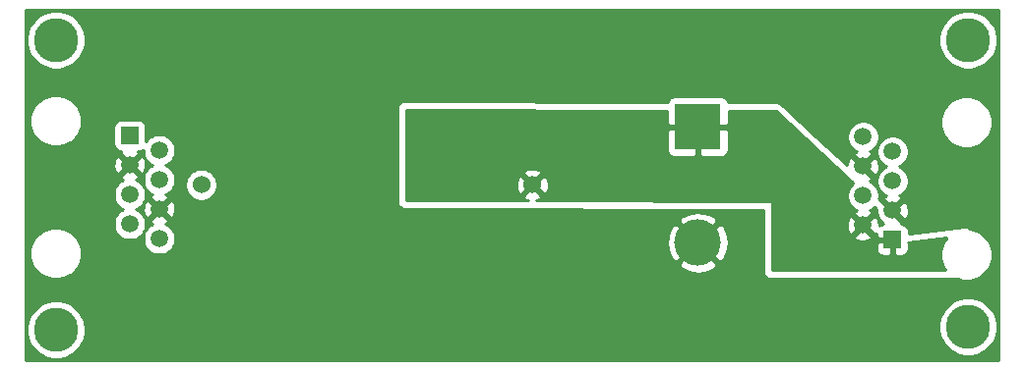
<source format=gbr>
G04 #@! TF.GenerationSoftware,KiCad,Pcbnew,(5.1.4)-1*
G04 #@! TF.CreationDate,2020-02-13T15:41:24-05:00*
G04 #@! TF.ProjectId,PowerFilter,506f7765-7246-4696-9c74-65722e6b6963,rev?*
G04 #@! TF.SameCoordinates,Original*
G04 #@! TF.FileFunction,Copper,L2,Bot*
G04 #@! TF.FilePolarity,Positive*
%FSLAX46Y46*%
G04 Gerber Fmt 4.6, Leading zero omitted, Abs format (unit mm)*
G04 Created by KiCad (PCBNEW (5.1.4)-1) date 2020-02-13 15:41:24*
%MOMM*%
%LPD*%
G04 APERTURE LIST*
%ADD10C,3.800000*%
%ADD11C,1.524000*%
%ADD12C,1.500000*%
%ADD13R,1.500000X1.500000*%
%ADD14C,4.000000*%
%ADD15R,4.000000X4.000000*%
%ADD16C,0.254000*%
G04 APERTURE END LIST*
D10*
X139750000Y-57750000D03*
X139750000Y-82500000D03*
X61250000Y-82750000D03*
X61250000Y-57750000D03*
D11*
X102250000Y-70250000D03*
X73750006Y-70250000D03*
D12*
X130710000Y-66110000D03*
X133250000Y-67380000D03*
X130710000Y-68650000D03*
X133250000Y-69920000D03*
X130710000Y-71190000D03*
X133250000Y-72460000D03*
X130710000Y-73730000D03*
D13*
X133250000Y-75000000D03*
D12*
X70140000Y-74890000D03*
X67600000Y-73620000D03*
X70140000Y-72350000D03*
X67600000Y-71080000D03*
X70140000Y-69810000D03*
X67600000Y-68540000D03*
X70140000Y-67270000D03*
D13*
X67600000Y-66000000D03*
D14*
X116500000Y-75250000D03*
D15*
X116500000Y-65250000D03*
D16*
G36*
X142340000Y-85340000D02*
G01*
X58660000Y-85340000D01*
X58660000Y-82500324D01*
X58715000Y-82500324D01*
X58715000Y-82999676D01*
X58812418Y-83489432D01*
X59003512Y-83950773D01*
X59280937Y-84365968D01*
X59634032Y-84719063D01*
X60049227Y-84996488D01*
X60510568Y-85187582D01*
X61000324Y-85285000D01*
X61499676Y-85285000D01*
X61989432Y-85187582D01*
X62450773Y-84996488D01*
X62865968Y-84719063D01*
X63219063Y-84365968D01*
X63496488Y-83950773D01*
X63687582Y-83489432D01*
X63785000Y-82999676D01*
X63785000Y-82500324D01*
X63735273Y-82250324D01*
X137215000Y-82250324D01*
X137215000Y-82749676D01*
X137312418Y-83239432D01*
X137503512Y-83700773D01*
X137780937Y-84115968D01*
X138134032Y-84469063D01*
X138549227Y-84746488D01*
X139010568Y-84937582D01*
X139500324Y-85035000D01*
X139999676Y-85035000D01*
X140489432Y-84937582D01*
X140950773Y-84746488D01*
X141365968Y-84469063D01*
X141719063Y-84115968D01*
X141996488Y-83700773D01*
X142187582Y-83239432D01*
X142285000Y-82749676D01*
X142285000Y-82250324D01*
X142187582Y-81760568D01*
X141996488Y-81299227D01*
X141719063Y-80884032D01*
X141365968Y-80530937D01*
X140950773Y-80253512D01*
X140489432Y-80062418D01*
X139999676Y-79965000D01*
X139500324Y-79965000D01*
X139010568Y-80062418D01*
X138549227Y-80253512D01*
X138134032Y-80530937D01*
X137780937Y-80884032D01*
X137503512Y-81299227D01*
X137312418Y-81760568D01*
X137215000Y-82250324D01*
X63735273Y-82250324D01*
X63687582Y-82010568D01*
X63496488Y-81549227D01*
X63219063Y-81134032D01*
X62865968Y-80780937D01*
X62450773Y-80503512D01*
X61989432Y-80312418D01*
X61499676Y-80215000D01*
X61000324Y-80215000D01*
X60510568Y-80312418D01*
X60049227Y-80503512D01*
X59634032Y-80780937D01*
X59280937Y-81134032D01*
X59003512Y-81549227D01*
X58812418Y-82010568D01*
X58715000Y-82500324D01*
X58660000Y-82500324D01*
X58660000Y-75939872D01*
X59015000Y-75939872D01*
X59015000Y-76380128D01*
X59100890Y-76811925D01*
X59269369Y-77218669D01*
X59513962Y-77584729D01*
X59825271Y-77896038D01*
X60191331Y-78140631D01*
X60598075Y-78309110D01*
X61029872Y-78395000D01*
X61470128Y-78395000D01*
X61901925Y-78309110D01*
X62308669Y-78140631D01*
X62674729Y-77896038D01*
X62986038Y-77584729D01*
X63230631Y-77218669D01*
X63280821Y-77097499D01*
X114832106Y-77097499D01*
X115048228Y-77464258D01*
X115508105Y-77704938D01*
X116006098Y-77851275D01*
X116523071Y-77897648D01*
X117039159Y-77842273D01*
X117534526Y-77687279D01*
X117951772Y-77464258D01*
X118167894Y-77097499D01*
X116500000Y-75429605D01*
X114832106Y-77097499D01*
X63280821Y-77097499D01*
X63399110Y-76811925D01*
X63485000Y-76380128D01*
X63485000Y-75939872D01*
X63399110Y-75508075D01*
X63230631Y-75101331D01*
X62986038Y-74735271D01*
X62674729Y-74423962D01*
X62308669Y-74179369D01*
X61901925Y-74010890D01*
X61470128Y-73925000D01*
X61029872Y-73925000D01*
X60598075Y-74010890D01*
X60191331Y-74179369D01*
X59825271Y-74423962D01*
X59513962Y-74735271D01*
X59269369Y-75101331D01*
X59100890Y-75508075D01*
X59015000Y-75939872D01*
X58660000Y-75939872D01*
X58660000Y-70943589D01*
X66215000Y-70943589D01*
X66215000Y-71216411D01*
X66268225Y-71483989D01*
X66372629Y-71736043D01*
X66524201Y-71962886D01*
X66717114Y-72155799D01*
X66943957Y-72307371D01*
X67046873Y-72350000D01*
X66943957Y-72392629D01*
X66717114Y-72544201D01*
X66524201Y-72737114D01*
X66372629Y-72963957D01*
X66268225Y-73216011D01*
X66215000Y-73483589D01*
X66215000Y-73756411D01*
X66268225Y-74023989D01*
X66372629Y-74276043D01*
X66524201Y-74502886D01*
X66717114Y-74695799D01*
X66943957Y-74847371D01*
X67196011Y-74951775D01*
X67463589Y-75005000D01*
X67736411Y-75005000D01*
X68003989Y-74951775D01*
X68256043Y-74847371D01*
X68396397Y-74753589D01*
X68755000Y-74753589D01*
X68755000Y-75026411D01*
X68808225Y-75293989D01*
X68912629Y-75546043D01*
X69064201Y-75772886D01*
X69257114Y-75965799D01*
X69483957Y-76117371D01*
X69736011Y-76221775D01*
X70003589Y-76275000D01*
X70276411Y-76275000D01*
X70543989Y-76221775D01*
X70796043Y-76117371D01*
X71022886Y-75965799D01*
X71215799Y-75772886D01*
X71367371Y-75546043D01*
X71471775Y-75293989D01*
X71475935Y-75273071D01*
X113852352Y-75273071D01*
X113907727Y-75789159D01*
X114062721Y-76284526D01*
X114285742Y-76701772D01*
X114652501Y-76917894D01*
X116320395Y-75250000D01*
X116679605Y-75250000D01*
X118347499Y-76917894D01*
X118714258Y-76701772D01*
X118954938Y-76241895D01*
X119101275Y-75743902D01*
X119147648Y-75226929D01*
X119092273Y-74710841D01*
X118937279Y-74215474D01*
X118714258Y-73798228D01*
X118347499Y-73582106D01*
X116679605Y-75250000D01*
X116320395Y-75250000D01*
X114652501Y-73582106D01*
X114285742Y-73798228D01*
X114045062Y-74258105D01*
X113898725Y-74756098D01*
X113852352Y-75273071D01*
X71475935Y-75273071D01*
X71525000Y-75026411D01*
X71525000Y-74753589D01*
X71471775Y-74486011D01*
X71367371Y-74233957D01*
X71215799Y-74007114D01*
X71022886Y-73814201D01*
X70796043Y-73662629D01*
X70696721Y-73621489D01*
X70738832Y-73606277D01*
X70851863Y-73545860D01*
X70891188Y-73402501D01*
X114832106Y-73402501D01*
X116500000Y-75070395D01*
X118167894Y-73402501D01*
X117951772Y-73035742D01*
X117491895Y-72795062D01*
X116993902Y-72648725D01*
X116476929Y-72602352D01*
X115960841Y-72657727D01*
X115465474Y-72812721D01*
X115048228Y-73035742D01*
X114832106Y-73402501D01*
X70891188Y-73402501D01*
X70917388Y-73306993D01*
X70140000Y-72529605D01*
X69362612Y-73306993D01*
X69428137Y-73545860D01*
X69586477Y-73620164D01*
X69483957Y-73662629D01*
X69257114Y-73814201D01*
X69064201Y-74007114D01*
X68912629Y-74233957D01*
X68808225Y-74486011D01*
X68755000Y-74753589D01*
X68396397Y-74753589D01*
X68482886Y-74695799D01*
X68675799Y-74502886D01*
X68827371Y-74276043D01*
X68931775Y-74023989D01*
X68985000Y-73756411D01*
X68985000Y-73483589D01*
X68931775Y-73216011D01*
X68827371Y-72963957D01*
X68675799Y-72737114D01*
X68482886Y-72544201D01*
X68300737Y-72422492D01*
X68750188Y-72422492D01*
X68791035Y-72692238D01*
X68883723Y-72948832D01*
X68944140Y-73061863D01*
X69183007Y-73127388D01*
X69960395Y-72350000D01*
X70319605Y-72350000D01*
X71096993Y-73127388D01*
X71335860Y-73061863D01*
X71451760Y-72814884D01*
X71517250Y-72550040D01*
X71529812Y-72277508D01*
X71488965Y-72007762D01*
X71396277Y-71751168D01*
X71335860Y-71638137D01*
X71096993Y-71572612D01*
X70319605Y-72350000D01*
X69960395Y-72350000D01*
X69183007Y-71572612D01*
X68944140Y-71638137D01*
X68828240Y-71885116D01*
X68762750Y-72149960D01*
X68750188Y-72422492D01*
X68300737Y-72422492D01*
X68256043Y-72392629D01*
X68153127Y-72350000D01*
X68256043Y-72307371D01*
X68482886Y-72155799D01*
X68675799Y-71962886D01*
X68827371Y-71736043D01*
X68931775Y-71483989D01*
X68985000Y-71216411D01*
X68985000Y-70943589D01*
X68931775Y-70676011D01*
X68827371Y-70423957D01*
X68675799Y-70197114D01*
X68482886Y-70004201D01*
X68256043Y-69852629D01*
X68156721Y-69811489D01*
X68198832Y-69796277D01*
X68311863Y-69735860D01*
X68377388Y-69496993D01*
X67600000Y-68719605D01*
X66822612Y-69496993D01*
X66888137Y-69735860D01*
X67046477Y-69810164D01*
X66943957Y-69852629D01*
X66717114Y-70004201D01*
X66524201Y-70197114D01*
X66372629Y-70423957D01*
X66268225Y-70676011D01*
X66215000Y-70943589D01*
X58660000Y-70943589D01*
X58660000Y-68612492D01*
X66210188Y-68612492D01*
X66251035Y-68882238D01*
X66343723Y-69138832D01*
X66404140Y-69251863D01*
X66643007Y-69317388D01*
X67420395Y-68540000D01*
X67779605Y-68540000D01*
X68556993Y-69317388D01*
X68795860Y-69251863D01*
X68911760Y-69004884D01*
X68977250Y-68740040D01*
X68989812Y-68467508D01*
X68948965Y-68197762D01*
X68856277Y-67941168D01*
X68795860Y-67828137D01*
X68556993Y-67762612D01*
X67779605Y-68540000D01*
X67420395Y-68540000D01*
X66643007Y-67762612D01*
X66404140Y-67828137D01*
X66288240Y-68075116D01*
X66222750Y-68339960D01*
X66210188Y-68612492D01*
X58660000Y-68612492D01*
X58660000Y-64509872D01*
X59015000Y-64509872D01*
X59015000Y-64950128D01*
X59100890Y-65381925D01*
X59269369Y-65788669D01*
X59513962Y-66154729D01*
X59825271Y-66466038D01*
X60191331Y-66710631D01*
X60598075Y-66879110D01*
X61029872Y-66965000D01*
X61470128Y-66965000D01*
X61901925Y-66879110D01*
X62308669Y-66710631D01*
X62674729Y-66466038D01*
X62986038Y-66154729D01*
X63230631Y-65788669D01*
X63399110Y-65381925D01*
X63425351Y-65250000D01*
X66211928Y-65250000D01*
X66211928Y-66750000D01*
X66224188Y-66874482D01*
X66260498Y-66994180D01*
X66319463Y-67104494D01*
X66398815Y-67201185D01*
X66495506Y-67280537D01*
X66605820Y-67339502D01*
X66725518Y-67375812D01*
X66850000Y-67388072D01*
X66876086Y-67388072D01*
X66822612Y-67583007D01*
X67600000Y-68360395D01*
X68377388Y-67583007D01*
X68323914Y-67388072D01*
X68350000Y-67388072D01*
X68474482Y-67375812D01*
X68594180Y-67339502D01*
X68704494Y-67280537D01*
X68755000Y-67239088D01*
X68755000Y-67406411D01*
X68808225Y-67673989D01*
X68912629Y-67926043D01*
X69064201Y-68152886D01*
X69257114Y-68345799D01*
X69483957Y-68497371D01*
X69586873Y-68540000D01*
X69483957Y-68582629D01*
X69257114Y-68734201D01*
X69064201Y-68927114D01*
X68912629Y-69153957D01*
X68808225Y-69406011D01*
X68755000Y-69673589D01*
X68755000Y-69946411D01*
X68808225Y-70213989D01*
X68912629Y-70466043D01*
X69064201Y-70692886D01*
X69257114Y-70885799D01*
X69483957Y-71037371D01*
X69583279Y-71078511D01*
X69541168Y-71093723D01*
X69428137Y-71154140D01*
X69362612Y-71393007D01*
X70140000Y-72170395D01*
X70917388Y-71393007D01*
X70851863Y-71154140D01*
X70693523Y-71079836D01*
X70796043Y-71037371D01*
X71022886Y-70885799D01*
X71215799Y-70692886D01*
X71367371Y-70466043D01*
X71471775Y-70213989D01*
X71491980Y-70112408D01*
X72353006Y-70112408D01*
X72353006Y-70387592D01*
X72406692Y-70657490D01*
X72512001Y-70911727D01*
X72664886Y-71140535D01*
X72859471Y-71335120D01*
X73088279Y-71488005D01*
X73342516Y-71593314D01*
X73612414Y-71647000D01*
X73887598Y-71647000D01*
X74157496Y-71593314D01*
X74411733Y-71488005D01*
X74640541Y-71335120D01*
X74835126Y-71140535D01*
X74988011Y-70911727D01*
X75093320Y-70657490D01*
X75147006Y-70387592D01*
X75147006Y-70112408D01*
X75093320Y-69842510D01*
X74988011Y-69588273D01*
X74835126Y-69359465D01*
X74640541Y-69164880D01*
X74411733Y-69011995D01*
X74157496Y-68906686D01*
X73887598Y-68853000D01*
X73612414Y-68853000D01*
X73342516Y-68906686D01*
X73088279Y-69011995D01*
X72859471Y-69164880D01*
X72664886Y-69359465D01*
X72512001Y-69588273D01*
X72406692Y-69842510D01*
X72353006Y-70112408D01*
X71491980Y-70112408D01*
X71525000Y-69946411D01*
X71525000Y-69673589D01*
X71471775Y-69406011D01*
X71367371Y-69153957D01*
X71215799Y-68927114D01*
X71022886Y-68734201D01*
X70796043Y-68582629D01*
X70693127Y-68540000D01*
X70796043Y-68497371D01*
X71022886Y-68345799D01*
X71215799Y-68152886D01*
X71367371Y-67926043D01*
X71471775Y-67673989D01*
X71525000Y-67406411D01*
X71525000Y-67133589D01*
X71471775Y-66866011D01*
X71367371Y-66613957D01*
X71215799Y-66387114D01*
X71022886Y-66194201D01*
X70796043Y-66042629D01*
X70543989Y-65938225D01*
X70276411Y-65885000D01*
X70003589Y-65885000D01*
X69736011Y-65938225D01*
X69483957Y-66042629D01*
X69257114Y-66194201D01*
X69064201Y-66387114D01*
X68988072Y-66501049D01*
X68988072Y-65250000D01*
X68975812Y-65125518D01*
X68939502Y-65005820D01*
X68880537Y-64895506D01*
X68801185Y-64798815D01*
X68704494Y-64719463D01*
X68594180Y-64660498D01*
X68474482Y-64624188D01*
X68350000Y-64611928D01*
X66850000Y-64611928D01*
X66725518Y-64624188D01*
X66605820Y-64660498D01*
X66495506Y-64719463D01*
X66398815Y-64798815D01*
X66319463Y-64895506D01*
X66260498Y-65005820D01*
X66224188Y-65125518D01*
X66211928Y-65250000D01*
X63425351Y-65250000D01*
X63485000Y-64950128D01*
X63485000Y-64509872D01*
X63399110Y-64078075D01*
X63230631Y-63671331D01*
X63199674Y-63625000D01*
X90615000Y-63625000D01*
X90615000Y-71687500D01*
X90626715Y-71808910D01*
X90662377Y-71928174D01*
X90720621Y-72038189D01*
X90799209Y-72134727D01*
X90895121Y-72214079D01*
X91004670Y-72273195D01*
X91123647Y-72309802D01*
X91247480Y-72322495D01*
X122115000Y-72444985D01*
X122115000Y-77750000D01*
X122127201Y-77873882D01*
X122163336Y-77993004D01*
X122222017Y-78102787D01*
X122300987Y-78199013D01*
X122397213Y-78277983D01*
X122506996Y-78336664D01*
X122626118Y-78372799D01*
X122750000Y-78385000D01*
X138865726Y-78385000D01*
X138948075Y-78419110D01*
X139379872Y-78505000D01*
X139820128Y-78505000D01*
X140251925Y-78419110D01*
X140658669Y-78250631D01*
X141024729Y-78006038D01*
X141336038Y-77694729D01*
X141580631Y-77328669D01*
X141749110Y-76921925D01*
X141835000Y-76490128D01*
X141835000Y-76049872D01*
X141749110Y-75618075D01*
X141580631Y-75211331D01*
X141336038Y-74845271D01*
X141024729Y-74533962D01*
X140658669Y-74289369D01*
X140251925Y-74120890D01*
X139956235Y-74062073D01*
X139894146Y-74002131D01*
X139789444Y-73934803D01*
X139673618Y-73889196D01*
X139551119Y-73867061D01*
X139426657Y-73869250D01*
X134638072Y-74426062D01*
X134638072Y-74250000D01*
X134625812Y-74125518D01*
X134589502Y-74005820D01*
X134530537Y-73895506D01*
X134451185Y-73798815D01*
X134354494Y-73719463D01*
X134244180Y-73660498D01*
X134124482Y-73624188D01*
X134000000Y-73611928D01*
X133973914Y-73611928D01*
X134027388Y-73416993D01*
X133250000Y-72639605D01*
X133235858Y-72653748D01*
X133056253Y-72474143D01*
X133070395Y-72460000D01*
X133429605Y-72460000D01*
X134206993Y-73237388D01*
X134445860Y-73171863D01*
X134561760Y-72924884D01*
X134627250Y-72660040D01*
X134639812Y-72387508D01*
X134598965Y-72117762D01*
X134506277Y-71861168D01*
X134445860Y-71748137D01*
X134206993Y-71682612D01*
X133429605Y-72460000D01*
X133070395Y-72460000D01*
X132293007Y-71682612D01*
X132292153Y-71682846D01*
X132079432Y-71404674D01*
X132095000Y-71326411D01*
X132095000Y-71053589D01*
X132041775Y-70786011D01*
X131937371Y-70533957D01*
X131785799Y-70307114D01*
X131592886Y-70114201D01*
X131366043Y-69962629D01*
X131266721Y-69921489D01*
X131308832Y-69906277D01*
X131421863Y-69845860D01*
X131487388Y-69606993D01*
X130710000Y-68829605D01*
X130695858Y-68843748D01*
X130516253Y-68664143D01*
X130530395Y-68650000D01*
X130889605Y-68650000D01*
X131666993Y-69427388D01*
X131905860Y-69361863D01*
X132021760Y-69114884D01*
X132087250Y-68850040D01*
X132099812Y-68577508D01*
X132058965Y-68307762D01*
X131966277Y-68051168D01*
X131905860Y-67938137D01*
X131666993Y-67872612D01*
X130889605Y-68650000D01*
X130530395Y-68650000D01*
X129753007Y-67872612D01*
X129514140Y-67938137D01*
X129398240Y-68185116D01*
X129332750Y-68449960D01*
X129327675Y-68560058D01*
X126559700Y-65973589D01*
X129325000Y-65973589D01*
X129325000Y-66246411D01*
X129378225Y-66513989D01*
X129482629Y-66766043D01*
X129634201Y-66992886D01*
X129827114Y-67185799D01*
X130053957Y-67337371D01*
X130153279Y-67378511D01*
X130111168Y-67393723D01*
X129998137Y-67454140D01*
X129932612Y-67693007D01*
X130710000Y-68470395D01*
X131487388Y-67693007D01*
X131421863Y-67454140D01*
X131263523Y-67379836D01*
X131366043Y-67337371D01*
X131506397Y-67243589D01*
X131865000Y-67243589D01*
X131865000Y-67516411D01*
X131918225Y-67783989D01*
X132022629Y-68036043D01*
X132174201Y-68262886D01*
X132367114Y-68455799D01*
X132593957Y-68607371D01*
X132696873Y-68650000D01*
X132593957Y-68692629D01*
X132367114Y-68844201D01*
X132174201Y-69037114D01*
X132022629Y-69263957D01*
X131918225Y-69516011D01*
X131865000Y-69783589D01*
X131865000Y-70056411D01*
X131918225Y-70323989D01*
X132022629Y-70576043D01*
X132174201Y-70802886D01*
X132367114Y-70995799D01*
X132593957Y-71147371D01*
X132693279Y-71188511D01*
X132651168Y-71203723D01*
X132538137Y-71264140D01*
X132472612Y-71503007D01*
X133250000Y-72280395D01*
X134027388Y-71503007D01*
X133961863Y-71264140D01*
X133803523Y-71189836D01*
X133906043Y-71147371D01*
X134132886Y-70995799D01*
X134325799Y-70802886D01*
X134477371Y-70576043D01*
X134581775Y-70323989D01*
X134635000Y-70056411D01*
X134635000Y-69783589D01*
X134581775Y-69516011D01*
X134477371Y-69263957D01*
X134325799Y-69037114D01*
X134132886Y-68844201D01*
X133906043Y-68692629D01*
X133803127Y-68650000D01*
X133906043Y-68607371D01*
X134132886Y-68455799D01*
X134325799Y-68262886D01*
X134477371Y-68036043D01*
X134581775Y-67783989D01*
X134635000Y-67516411D01*
X134635000Y-67243589D01*
X134581775Y-66976011D01*
X134477371Y-66723957D01*
X134325799Y-66497114D01*
X134132886Y-66304201D01*
X133906043Y-66152629D01*
X133653989Y-66048225D01*
X133386411Y-65995000D01*
X133113589Y-65995000D01*
X132846011Y-66048225D01*
X132593957Y-66152629D01*
X132367114Y-66304201D01*
X132174201Y-66497114D01*
X132022629Y-66723957D01*
X131918225Y-66976011D01*
X131865000Y-67243589D01*
X131506397Y-67243589D01*
X131592886Y-67185799D01*
X131785799Y-66992886D01*
X131937371Y-66766043D01*
X132041775Y-66513989D01*
X132095000Y-66246411D01*
X132095000Y-65973589D01*
X132041775Y-65706011D01*
X131937371Y-65453957D01*
X131785799Y-65227114D01*
X131592886Y-65034201D01*
X131366043Y-64882629D01*
X131113989Y-64778225D01*
X130846411Y-64725000D01*
X130573589Y-64725000D01*
X130306011Y-64778225D01*
X130053957Y-64882629D01*
X129827114Y-65034201D01*
X129634201Y-65227114D01*
X129482629Y-65453957D01*
X129378225Y-65706011D01*
X129325000Y-65973589D01*
X126559700Y-65973589D01*
X125110986Y-64619872D01*
X137365000Y-64619872D01*
X137365000Y-65060128D01*
X137450890Y-65491925D01*
X137619369Y-65898669D01*
X137863962Y-66264729D01*
X138175271Y-66576038D01*
X138541331Y-66820631D01*
X138948075Y-66989110D01*
X139379872Y-67075000D01*
X139820128Y-67075000D01*
X140251925Y-66989110D01*
X140658669Y-66820631D01*
X141024729Y-66576038D01*
X141336038Y-66264729D01*
X141580631Y-65898669D01*
X141749110Y-65491925D01*
X141835000Y-65060128D01*
X141835000Y-64619872D01*
X141749110Y-64188075D01*
X141580631Y-63781331D01*
X141336038Y-63415271D01*
X141024729Y-63103962D01*
X140658669Y-62859369D01*
X140251925Y-62690890D01*
X139820128Y-62605000D01*
X139379872Y-62605000D01*
X138948075Y-62690890D01*
X138541331Y-62859369D01*
X138175271Y-63103962D01*
X137863962Y-63415271D01*
X137619369Y-63781331D01*
X137450890Y-64188075D01*
X137365000Y-64619872D01*
X125110986Y-64619872D01*
X123683543Y-63286033D01*
X123604847Y-63223399D01*
X123495294Y-63164290D01*
X123376314Y-63127690D01*
X123252480Y-63115005D01*
X119117723Y-63098854D01*
X119089502Y-63005820D01*
X119030537Y-62895506D01*
X118951185Y-62798815D01*
X118854494Y-62719463D01*
X118744180Y-62660498D01*
X118624482Y-62624188D01*
X118500000Y-62611928D01*
X114500000Y-62611928D01*
X114375518Y-62624188D01*
X114255820Y-62660498D01*
X114145506Y-62719463D01*
X114048815Y-62798815D01*
X113969463Y-62895506D01*
X113910498Y-63005820D01*
X113888473Y-63078427D01*
X91252480Y-62990005D01*
X91126118Y-63002201D01*
X91006996Y-63038336D01*
X90897213Y-63097017D01*
X90800987Y-63175987D01*
X90722017Y-63272213D01*
X90663336Y-63381996D01*
X90627201Y-63501118D01*
X90615000Y-63625000D01*
X63199674Y-63625000D01*
X62986038Y-63305271D01*
X62674729Y-62993962D01*
X62308669Y-62749369D01*
X61901925Y-62580890D01*
X61470128Y-62495000D01*
X61029872Y-62495000D01*
X60598075Y-62580890D01*
X60191331Y-62749369D01*
X59825271Y-62993962D01*
X59513962Y-63305271D01*
X59269369Y-63671331D01*
X59100890Y-64078075D01*
X59015000Y-64509872D01*
X58660000Y-64509872D01*
X58660000Y-57500324D01*
X58715000Y-57500324D01*
X58715000Y-57999676D01*
X58812418Y-58489432D01*
X59003512Y-58950773D01*
X59280937Y-59365968D01*
X59634032Y-59719063D01*
X60049227Y-59996488D01*
X60510568Y-60187582D01*
X61000324Y-60285000D01*
X61499676Y-60285000D01*
X61989432Y-60187582D01*
X62450773Y-59996488D01*
X62865968Y-59719063D01*
X63219063Y-59365968D01*
X63496488Y-58950773D01*
X63687582Y-58489432D01*
X63785000Y-57999676D01*
X63785000Y-57500324D01*
X137215000Y-57500324D01*
X137215000Y-57999676D01*
X137312418Y-58489432D01*
X137503512Y-58950773D01*
X137780937Y-59365968D01*
X138134032Y-59719063D01*
X138549227Y-59996488D01*
X139010568Y-60187582D01*
X139500324Y-60285000D01*
X139999676Y-60285000D01*
X140489432Y-60187582D01*
X140950773Y-59996488D01*
X141365968Y-59719063D01*
X141719063Y-59365968D01*
X141996488Y-58950773D01*
X142187582Y-58489432D01*
X142285000Y-57999676D01*
X142285000Y-57500324D01*
X142187582Y-57010568D01*
X141996488Y-56549227D01*
X141719063Y-56134032D01*
X141365968Y-55780937D01*
X140950773Y-55503512D01*
X140489432Y-55312418D01*
X139999676Y-55215000D01*
X139500324Y-55215000D01*
X139010568Y-55312418D01*
X138549227Y-55503512D01*
X138134032Y-55780937D01*
X137780937Y-56134032D01*
X137503512Y-56549227D01*
X137312418Y-57010568D01*
X137215000Y-57500324D01*
X63785000Y-57500324D01*
X63687582Y-57010568D01*
X63496488Y-56549227D01*
X63219063Y-56134032D01*
X62865968Y-55780937D01*
X62450773Y-55503512D01*
X61989432Y-55312418D01*
X61499676Y-55215000D01*
X61000324Y-55215000D01*
X60510568Y-55312418D01*
X60049227Y-55503512D01*
X59634032Y-55780937D01*
X59280937Y-56134032D01*
X59003512Y-56549227D01*
X58812418Y-57010568D01*
X58715000Y-57500324D01*
X58660000Y-57500324D01*
X58660000Y-55160000D01*
X142340001Y-55160000D01*
X142340000Y-85340000D01*
X142340000Y-85340000D01*
G37*
X142340000Y-85340000D02*
X58660000Y-85340000D01*
X58660000Y-82500324D01*
X58715000Y-82500324D01*
X58715000Y-82999676D01*
X58812418Y-83489432D01*
X59003512Y-83950773D01*
X59280937Y-84365968D01*
X59634032Y-84719063D01*
X60049227Y-84996488D01*
X60510568Y-85187582D01*
X61000324Y-85285000D01*
X61499676Y-85285000D01*
X61989432Y-85187582D01*
X62450773Y-84996488D01*
X62865968Y-84719063D01*
X63219063Y-84365968D01*
X63496488Y-83950773D01*
X63687582Y-83489432D01*
X63785000Y-82999676D01*
X63785000Y-82500324D01*
X63735273Y-82250324D01*
X137215000Y-82250324D01*
X137215000Y-82749676D01*
X137312418Y-83239432D01*
X137503512Y-83700773D01*
X137780937Y-84115968D01*
X138134032Y-84469063D01*
X138549227Y-84746488D01*
X139010568Y-84937582D01*
X139500324Y-85035000D01*
X139999676Y-85035000D01*
X140489432Y-84937582D01*
X140950773Y-84746488D01*
X141365968Y-84469063D01*
X141719063Y-84115968D01*
X141996488Y-83700773D01*
X142187582Y-83239432D01*
X142285000Y-82749676D01*
X142285000Y-82250324D01*
X142187582Y-81760568D01*
X141996488Y-81299227D01*
X141719063Y-80884032D01*
X141365968Y-80530937D01*
X140950773Y-80253512D01*
X140489432Y-80062418D01*
X139999676Y-79965000D01*
X139500324Y-79965000D01*
X139010568Y-80062418D01*
X138549227Y-80253512D01*
X138134032Y-80530937D01*
X137780937Y-80884032D01*
X137503512Y-81299227D01*
X137312418Y-81760568D01*
X137215000Y-82250324D01*
X63735273Y-82250324D01*
X63687582Y-82010568D01*
X63496488Y-81549227D01*
X63219063Y-81134032D01*
X62865968Y-80780937D01*
X62450773Y-80503512D01*
X61989432Y-80312418D01*
X61499676Y-80215000D01*
X61000324Y-80215000D01*
X60510568Y-80312418D01*
X60049227Y-80503512D01*
X59634032Y-80780937D01*
X59280937Y-81134032D01*
X59003512Y-81549227D01*
X58812418Y-82010568D01*
X58715000Y-82500324D01*
X58660000Y-82500324D01*
X58660000Y-75939872D01*
X59015000Y-75939872D01*
X59015000Y-76380128D01*
X59100890Y-76811925D01*
X59269369Y-77218669D01*
X59513962Y-77584729D01*
X59825271Y-77896038D01*
X60191331Y-78140631D01*
X60598075Y-78309110D01*
X61029872Y-78395000D01*
X61470128Y-78395000D01*
X61901925Y-78309110D01*
X62308669Y-78140631D01*
X62674729Y-77896038D01*
X62986038Y-77584729D01*
X63230631Y-77218669D01*
X63280821Y-77097499D01*
X114832106Y-77097499D01*
X115048228Y-77464258D01*
X115508105Y-77704938D01*
X116006098Y-77851275D01*
X116523071Y-77897648D01*
X117039159Y-77842273D01*
X117534526Y-77687279D01*
X117951772Y-77464258D01*
X118167894Y-77097499D01*
X116500000Y-75429605D01*
X114832106Y-77097499D01*
X63280821Y-77097499D01*
X63399110Y-76811925D01*
X63485000Y-76380128D01*
X63485000Y-75939872D01*
X63399110Y-75508075D01*
X63230631Y-75101331D01*
X62986038Y-74735271D01*
X62674729Y-74423962D01*
X62308669Y-74179369D01*
X61901925Y-74010890D01*
X61470128Y-73925000D01*
X61029872Y-73925000D01*
X60598075Y-74010890D01*
X60191331Y-74179369D01*
X59825271Y-74423962D01*
X59513962Y-74735271D01*
X59269369Y-75101331D01*
X59100890Y-75508075D01*
X59015000Y-75939872D01*
X58660000Y-75939872D01*
X58660000Y-70943589D01*
X66215000Y-70943589D01*
X66215000Y-71216411D01*
X66268225Y-71483989D01*
X66372629Y-71736043D01*
X66524201Y-71962886D01*
X66717114Y-72155799D01*
X66943957Y-72307371D01*
X67046873Y-72350000D01*
X66943957Y-72392629D01*
X66717114Y-72544201D01*
X66524201Y-72737114D01*
X66372629Y-72963957D01*
X66268225Y-73216011D01*
X66215000Y-73483589D01*
X66215000Y-73756411D01*
X66268225Y-74023989D01*
X66372629Y-74276043D01*
X66524201Y-74502886D01*
X66717114Y-74695799D01*
X66943957Y-74847371D01*
X67196011Y-74951775D01*
X67463589Y-75005000D01*
X67736411Y-75005000D01*
X68003989Y-74951775D01*
X68256043Y-74847371D01*
X68396397Y-74753589D01*
X68755000Y-74753589D01*
X68755000Y-75026411D01*
X68808225Y-75293989D01*
X68912629Y-75546043D01*
X69064201Y-75772886D01*
X69257114Y-75965799D01*
X69483957Y-76117371D01*
X69736011Y-76221775D01*
X70003589Y-76275000D01*
X70276411Y-76275000D01*
X70543989Y-76221775D01*
X70796043Y-76117371D01*
X71022886Y-75965799D01*
X71215799Y-75772886D01*
X71367371Y-75546043D01*
X71471775Y-75293989D01*
X71475935Y-75273071D01*
X113852352Y-75273071D01*
X113907727Y-75789159D01*
X114062721Y-76284526D01*
X114285742Y-76701772D01*
X114652501Y-76917894D01*
X116320395Y-75250000D01*
X116679605Y-75250000D01*
X118347499Y-76917894D01*
X118714258Y-76701772D01*
X118954938Y-76241895D01*
X119101275Y-75743902D01*
X119147648Y-75226929D01*
X119092273Y-74710841D01*
X118937279Y-74215474D01*
X118714258Y-73798228D01*
X118347499Y-73582106D01*
X116679605Y-75250000D01*
X116320395Y-75250000D01*
X114652501Y-73582106D01*
X114285742Y-73798228D01*
X114045062Y-74258105D01*
X113898725Y-74756098D01*
X113852352Y-75273071D01*
X71475935Y-75273071D01*
X71525000Y-75026411D01*
X71525000Y-74753589D01*
X71471775Y-74486011D01*
X71367371Y-74233957D01*
X71215799Y-74007114D01*
X71022886Y-73814201D01*
X70796043Y-73662629D01*
X70696721Y-73621489D01*
X70738832Y-73606277D01*
X70851863Y-73545860D01*
X70891188Y-73402501D01*
X114832106Y-73402501D01*
X116500000Y-75070395D01*
X118167894Y-73402501D01*
X117951772Y-73035742D01*
X117491895Y-72795062D01*
X116993902Y-72648725D01*
X116476929Y-72602352D01*
X115960841Y-72657727D01*
X115465474Y-72812721D01*
X115048228Y-73035742D01*
X114832106Y-73402501D01*
X70891188Y-73402501D01*
X70917388Y-73306993D01*
X70140000Y-72529605D01*
X69362612Y-73306993D01*
X69428137Y-73545860D01*
X69586477Y-73620164D01*
X69483957Y-73662629D01*
X69257114Y-73814201D01*
X69064201Y-74007114D01*
X68912629Y-74233957D01*
X68808225Y-74486011D01*
X68755000Y-74753589D01*
X68396397Y-74753589D01*
X68482886Y-74695799D01*
X68675799Y-74502886D01*
X68827371Y-74276043D01*
X68931775Y-74023989D01*
X68985000Y-73756411D01*
X68985000Y-73483589D01*
X68931775Y-73216011D01*
X68827371Y-72963957D01*
X68675799Y-72737114D01*
X68482886Y-72544201D01*
X68300737Y-72422492D01*
X68750188Y-72422492D01*
X68791035Y-72692238D01*
X68883723Y-72948832D01*
X68944140Y-73061863D01*
X69183007Y-73127388D01*
X69960395Y-72350000D01*
X70319605Y-72350000D01*
X71096993Y-73127388D01*
X71335860Y-73061863D01*
X71451760Y-72814884D01*
X71517250Y-72550040D01*
X71529812Y-72277508D01*
X71488965Y-72007762D01*
X71396277Y-71751168D01*
X71335860Y-71638137D01*
X71096993Y-71572612D01*
X70319605Y-72350000D01*
X69960395Y-72350000D01*
X69183007Y-71572612D01*
X68944140Y-71638137D01*
X68828240Y-71885116D01*
X68762750Y-72149960D01*
X68750188Y-72422492D01*
X68300737Y-72422492D01*
X68256043Y-72392629D01*
X68153127Y-72350000D01*
X68256043Y-72307371D01*
X68482886Y-72155799D01*
X68675799Y-71962886D01*
X68827371Y-71736043D01*
X68931775Y-71483989D01*
X68985000Y-71216411D01*
X68985000Y-70943589D01*
X68931775Y-70676011D01*
X68827371Y-70423957D01*
X68675799Y-70197114D01*
X68482886Y-70004201D01*
X68256043Y-69852629D01*
X68156721Y-69811489D01*
X68198832Y-69796277D01*
X68311863Y-69735860D01*
X68377388Y-69496993D01*
X67600000Y-68719605D01*
X66822612Y-69496993D01*
X66888137Y-69735860D01*
X67046477Y-69810164D01*
X66943957Y-69852629D01*
X66717114Y-70004201D01*
X66524201Y-70197114D01*
X66372629Y-70423957D01*
X66268225Y-70676011D01*
X66215000Y-70943589D01*
X58660000Y-70943589D01*
X58660000Y-68612492D01*
X66210188Y-68612492D01*
X66251035Y-68882238D01*
X66343723Y-69138832D01*
X66404140Y-69251863D01*
X66643007Y-69317388D01*
X67420395Y-68540000D01*
X67779605Y-68540000D01*
X68556993Y-69317388D01*
X68795860Y-69251863D01*
X68911760Y-69004884D01*
X68977250Y-68740040D01*
X68989812Y-68467508D01*
X68948965Y-68197762D01*
X68856277Y-67941168D01*
X68795860Y-67828137D01*
X68556993Y-67762612D01*
X67779605Y-68540000D01*
X67420395Y-68540000D01*
X66643007Y-67762612D01*
X66404140Y-67828137D01*
X66288240Y-68075116D01*
X66222750Y-68339960D01*
X66210188Y-68612492D01*
X58660000Y-68612492D01*
X58660000Y-64509872D01*
X59015000Y-64509872D01*
X59015000Y-64950128D01*
X59100890Y-65381925D01*
X59269369Y-65788669D01*
X59513962Y-66154729D01*
X59825271Y-66466038D01*
X60191331Y-66710631D01*
X60598075Y-66879110D01*
X61029872Y-66965000D01*
X61470128Y-66965000D01*
X61901925Y-66879110D01*
X62308669Y-66710631D01*
X62674729Y-66466038D01*
X62986038Y-66154729D01*
X63230631Y-65788669D01*
X63399110Y-65381925D01*
X63425351Y-65250000D01*
X66211928Y-65250000D01*
X66211928Y-66750000D01*
X66224188Y-66874482D01*
X66260498Y-66994180D01*
X66319463Y-67104494D01*
X66398815Y-67201185D01*
X66495506Y-67280537D01*
X66605820Y-67339502D01*
X66725518Y-67375812D01*
X66850000Y-67388072D01*
X66876086Y-67388072D01*
X66822612Y-67583007D01*
X67600000Y-68360395D01*
X68377388Y-67583007D01*
X68323914Y-67388072D01*
X68350000Y-67388072D01*
X68474482Y-67375812D01*
X68594180Y-67339502D01*
X68704494Y-67280537D01*
X68755000Y-67239088D01*
X68755000Y-67406411D01*
X68808225Y-67673989D01*
X68912629Y-67926043D01*
X69064201Y-68152886D01*
X69257114Y-68345799D01*
X69483957Y-68497371D01*
X69586873Y-68540000D01*
X69483957Y-68582629D01*
X69257114Y-68734201D01*
X69064201Y-68927114D01*
X68912629Y-69153957D01*
X68808225Y-69406011D01*
X68755000Y-69673589D01*
X68755000Y-69946411D01*
X68808225Y-70213989D01*
X68912629Y-70466043D01*
X69064201Y-70692886D01*
X69257114Y-70885799D01*
X69483957Y-71037371D01*
X69583279Y-71078511D01*
X69541168Y-71093723D01*
X69428137Y-71154140D01*
X69362612Y-71393007D01*
X70140000Y-72170395D01*
X70917388Y-71393007D01*
X70851863Y-71154140D01*
X70693523Y-71079836D01*
X70796043Y-71037371D01*
X71022886Y-70885799D01*
X71215799Y-70692886D01*
X71367371Y-70466043D01*
X71471775Y-70213989D01*
X71491980Y-70112408D01*
X72353006Y-70112408D01*
X72353006Y-70387592D01*
X72406692Y-70657490D01*
X72512001Y-70911727D01*
X72664886Y-71140535D01*
X72859471Y-71335120D01*
X73088279Y-71488005D01*
X73342516Y-71593314D01*
X73612414Y-71647000D01*
X73887598Y-71647000D01*
X74157496Y-71593314D01*
X74411733Y-71488005D01*
X74640541Y-71335120D01*
X74835126Y-71140535D01*
X74988011Y-70911727D01*
X75093320Y-70657490D01*
X75147006Y-70387592D01*
X75147006Y-70112408D01*
X75093320Y-69842510D01*
X74988011Y-69588273D01*
X74835126Y-69359465D01*
X74640541Y-69164880D01*
X74411733Y-69011995D01*
X74157496Y-68906686D01*
X73887598Y-68853000D01*
X73612414Y-68853000D01*
X73342516Y-68906686D01*
X73088279Y-69011995D01*
X72859471Y-69164880D01*
X72664886Y-69359465D01*
X72512001Y-69588273D01*
X72406692Y-69842510D01*
X72353006Y-70112408D01*
X71491980Y-70112408D01*
X71525000Y-69946411D01*
X71525000Y-69673589D01*
X71471775Y-69406011D01*
X71367371Y-69153957D01*
X71215799Y-68927114D01*
X71022886Y-68734201D01*
X70796043Y-68582629D01*
X70693127Y-68540000D01*
X70796043Y-68497371D01*
X71022886Y-68345799D01*
X71215799Y-68152886D01*
X71367371Y-67926043D01*
X71471775Y-67673989D01*
X71525000Y-67406411D01*
X71525000Y-67133589D01*
X71471775Y-66866011D01*
X71367371Y-66613957D01*
X71215799Y-66387114D01*
X71022886Y-66194201D01*
X70796043Y-66042629D01*
X70543989Y-65938225D01*
X70276411Y-65885000D01*
X70003589Y-65885000D01*
X69736011Y-65938225D01*
X69483957Y-66042629D01*
X69257114Y-66194201D01*
X69064201Y-66387114D01*
X68988072Y-66501049D01*
X68988072Y-65250000D01*
X68975812Y-65125518D01*
X68939502Y-65005820D01*
X68880537Y-64895506D01*
X68801185Y-64798815D01*
X68704494Y-64719463D01*
X68594180Y-64660498D01*
X68474482Y-64624188D01*
X68350000Y-64611928D01*
X66850000Y-64611928D01*
X66725518Y-64624188D01*
X66605820Y-64660498D01*
X66495506Y-64719463D01*
X66398815Y-64798815D01*
X66319463Y-64895506D01*
X66260498Y-65005820D01*
X66224188Y-65125518D01*
X66211928Y-65250000D01*
X63425351Y-65250000D01*
X63485000Y-64950128D01*
X63485000Y-64509872D01*
X63399110Y-64078075D01*
X63230631Y-63671331D01*
X63199674Y-63625000D01*
X90615000Y-63625000D01*
X90615000Y-71687500D01*
X90626715Y-71808910D01*
X90662377Y-71928174D01*
X90720621Y-72038189D01*
X90799209Y-72134727D01*
X90895121Y-72214079D01*
X91004670Y-72273195D01*
X91123647Y-72309802D01*
X91247480Y-72322495D01*
X122115000Y-72444985D01*
X122115000Y-77750000D01*
X122127201Y-77873882D01*
X122163336Y-77993004D01*
X122222017Y-78102787D01*
X122300987Y-78199013D01*
X122397213Y-78277983D01*
X122506996Y-78336664D01*
X122626118Y-78372799D01*
X122750000Y-78385000D01*
X138865726Y-78385000D01*
X138948075Y-78419110D01*
X139379872Y-78505000D01*
X139820128Y-78505000D01*
X140251925Y-78419110D01*
X140658669Y-78250631D01*
X141024729Y-78006038D01*
X141336038Y-77694729D01*
X141580631Y-77328669D01*
X141749110Y-76921925D01*
X141835000Y-76490128D01*
X141835000Y-76049872D01*
X141749110Y-75618075D01*
X141580631Y-75211331D01*
X141336038Y-74845271D01*
X141024729Y-74533962D01*
X140658669Y-74289369D01*
X140251925Y-74120890D01*
X139956235Y-74062073D01*
X139894146Y-74002131D01*
X139789444Y-73934803D01*
X139673618Y-73889196D01*
X139551119Y-73867061D01*
X139426657Y-73869250D01*
X134638072Y-74426062D01*
X134638072Y-74250000D01*
X134625812Y-74125518D01*
X134589502Y-74005820D01*
X134530537Y-73895506D01*
X134451185Y-73798815D01*
X134354494Y-73719463D01*
X134244180Y-73660498D01*
X134124482Y-73624188D01*
X134000000Y-73611928D01*
X133973914Y-73611928D01*
X134027388Y-73416993D01*
X133250000Y-72639605D01*
X133235858Y-72653748D01*
X133056253Y-72474143D01*
X133070395Y-72460000D01*
X133429605Y-72460000D01*
X134206993Y-73237388D01*
X134445860Y-73171863D01*
X134561760Y-72924884D01*
X134627250Y-72660040D01*
X134639812Y-72387508D01*
X134598965Y-72117762D01*
X134506277Y-71861168D01*
X134445860Y-71748137D01*
X134206993Y-71682612D01*
X133429605Y-72460000D01*
X133070395Y-72460000D01*
X132293007Y-71682612D01*
X132292153Y-71682846D01*
X132079432Y-71404674D01*
X132095000Y-71326411D01*
X132095000Y-71053589D01*
X132041775Y-70786011D01*
X131937371Y-70533957D01*
X131785799Y-70307114D01*
X131592886Y-70114201D01*
X131366043Y-69962629D01*
X131266721Y-69921489D01*
X131308832Y-69906277D01*
X131421863Y-69845860D01*
X131487388Y-69606993D01*
X130710000Y-68829605D01*
X130695858Y-68843748D01*
X130516253Y-68664143D01*
X130530395Y-68650000D01*
X130889605Y-68650000D01*
X131666993Y-69427388D01*
X131905860Y-69361863D01*
X132021760Y-69114884D01*
X132087250Y-68850040D01*
X132099812Y-68577508D01*
X132058965Y-68307762D01*
X131966277Y-68051168D01*
X131905860Y-67938137D01*
X131666993Y-67872612D01*
X130889605Y-68650000D01*
X130530395Y-68650000D01*
X129753007Y-67872612D01*
X129514140Y-67938137D01*
X129398240Y-68185116D01*
X129332750Y-68449960D01*
X129327675Y-68560058D01*
X126559700Y-65973589D01*
X129325000Y-65973589D01*
X129325000Y-66246411D01*
X129378225Y-66513989D01*
X129482629Y-66766043D01*
X129634201Y-66992886D01*
X129827114Y-67185799D01*
X130053957Y-67337371D01*
X130153279Y-67378511D01*
X130111168Y-67393723D01*
X129998137Y-67454140D01*
X129932612Y-67693007D01*
X130710000Y-68470395D01*
X131487388Y-67693007D01*
X131421863Y-67454140D01*
X131263523Y-67379836D01*
X131366043Y-67337371D01*
X131506397Y-67243589D01*
X131865000Y-67243589D01*
X131865000Y-67516411D01*
X131918225Y-67783989D01*
X132022629Y-68036043D01*
X132174201Y-68262886D01*
X132367114Y-68455799D01*
X132593957Y-68607371D01*
X132696873Y-68650000D01*
X132593957Y-68692629D01*
X132367114Y-68844201D01*
X132174201Y-69037114D01*
X132022629Y-69263957D01*
X131918225Y-69516011D01*
X131865000Y-69783589D01*
X131865000Y-70056411D01*
X131918225Y-70323989D01*
X132022629Y-70576043D01*
X132174201Y-70802886D01*
X132367114Y-70995799D01*
X132593957Y-71147371D01*
X132693279Y-71188511D01*
X132651168Y-71203723D01*
X132538137Y-71264140D01*
X132472612Y-71503007D01*
X133250000Y-72280395D01*
X134027388Y-71503007D01*
X133961863Y-71264140D01*
X133803523Y-71189836D01*
X133906043Y-71147371D01*
X134132886Y-70995799D01*
X134325799Y-70802886D01*
X134477371Y-70576043D01*
X134581775Y-70323989D01*
X134635000Y-70056411D01*
X134635000Y-69783589D01*
X134581775Y-69516011D01*
X134477371Y-69263957D01*
X134325799Y-69037114D01*
X134132886Y-68844201D01*
X133906043Y-68692629D01*
X133803127Y-68650000D01*
X133906043Y-68607371D01*
X134132886Y-68455799D01*
X134325799Y-68262886D01*
X134477371Y-68036043D01*
X134581775Y-67783989D01*
X134635000Y-67516411D01*
X134635000Y-67243589D01*
X134581775Y-66976011D01*
X134477371Y-66723957D01*
X134325799Y-66497114D01*
X134132886Y-66304201D01*
X133906043Y-66152629D01*
X133653989Y-66048225D01*
X133386411Y-65995000D01*
X133113589Y-65995000D01*
X132846011Y-66048225D01*
X132593957Y-66152629D01*
X132367114Y-66304201D01*
X132174201Y-66497114D01*
X132022629Y-66723957D01*
X131918225Y-66976011D01*
X131865000Y-67243589D01*
X131506397Y-67243589D01*
X131592886Y-67185799D01*
X131785799Y-66992886D01*
X131937371Y-66766043D01*
X132041775Y-66513989D01*
X132095000Y-66246411D01*
X132095000Y-65973589D01*
X132041775Y-65706011D01*
X131937371Y-65453957D01*
X131785799Y-65227114D01*
X131592886Y-65034201D01*
X131366043Y-64882629D01*
X131113989Y-64778225D01*
X130846411Y-64725000D01*
X130573589Y-64725000D01*
X130306011Y-64778225D01*
X130053957Y-64882629D01*
X129827114Y-65034201D01*
X129634201Y-65227114D01*
X129482629Y-65453957D01*
X129378225Y-65706011D01*
X129325000Y-65973589D01*
X126559700Y-65973589D01*
X125110986Y-64619872D01*
X137365000Y-64619872D01*
X137365000Y-65060128D01*
X137450890Y-65491925D01*
X137619369Y-65898669D01*
X137863962Y-66264729D01*
X138175271Y-66576038D01*
X138541331Y-66820631D01*
X138948075Y-66989110D01*
X139379872Y-67075000D01*
X139820128Y-67075000D01*
X140251925Y-66989110D01*
X140658669Y-66820631D01*
X141024729Y-66576038D01*
X141336038Y-66264729D01*
X141580631Y-65898669D01*
X141749110Y-65491925D01*
X141835000Y-65060128D01*
X141835000Y-64619872D01*
X141749110Y-64188075D01*
X141580631Y-63781331D01*
X141336038Y-63415271D01*
X141024729Y-63103962D01*
X140658669Y-62859369D01*
X140251925Y-62690890D01*
X139820128Y-62605000D01*
X139379872Y-62605000D01*
X138948075Y-62690890D01*
X138541331Y-62859369D01*
X138175271Y-63103962D01*
X137863962Y-63415271D01*
X137619369Y-63781331D01*
X137450890Y-64188075D01*
X137365000Y-64619872D01*
X125110986Y-64619872D01*
X123683543Y-63286033D01*
X123604847Y-63223399D01*
X123495294Y-63164290D01*
X123376314Y-63127690D01*
X123252480Y-63115005D01*
X119117723Y-63098854D01*
X119089502Y-63005820D01*
X119030537Y-62895506D01*
X118951185Y-62798815D01*
X118854494Y-62719463D01*
X118744180Y-62660498D01*
X118624482Y-62624188D01*
X118500000Y-62611928D01*
X114500000Y-62611928D01*
X114375518Y-62624188D01*
X114255820Y-62660498D01*
X114145506Y-62719463D01*
X114048815Y-62798815D01*
X113969463Y-62895506D01*
X113910498Y-63005820D01*
X113888473Y-63078427D01*
X91252480Y-62990005D01*
X91126118Y-63002201D01*
X91006996Y-63038336D01*
X90897213Y-63097017D01*
X90800987Y-63175987D01*
X90722017Y-63272213D01*
X90663336Y-63381996D01*
X90627201Y-63501118D01*
X90615000Y-63625000D01*
X63199674Y-63625000D01*
X62986038Y-63305271D01*
X62674729Y-62993962D01*
X62308669Y-62749369D01*
X61901925Y-62580890D01*
X61470128Y-62495000D01*
X61029872Y-62495000D01*
X60598075Y-62580890D01*
X60191331Y-62749369D01*
X59825271Y-62993962D01*
X59513962Y-63305271D01*
X59269369Y-63671331D01*
X59100890Y-64078075D01*
X59015000Y-64509872D01*
X58660000Y-64509872D01*
X58660000Y-57500324D01*
X58715000Y-57500324D01*
X58715000Y-57999676D01*
X58812418Y-58489432D01*
X59003512Y-58950773D01*
X59280937Y-59365968D01*
X59634032Y-59719063D01*
X60049227Y-59996488D01*
X60510568Y-60187582D01*
X61000324Y-60285000D01*
X61499676Y-60285000D01*
X61989432Y-60187582D01*
X62450773Y-59996488D01*
X62865968Y-59719063D01*
X63219063Y-59365968D01*
X63496488Y-58950773D01*
X63687582Y-58489432D01*
X63785000Y-57999676D01*
X63785000Y-57500324D01*
X137215000Y-57500324D01*
X137215000Y-57999676D01*
X137312418Y-58489432D01*
X137503512Y-58950773D01*
X137780937Y-59365968D01*
X138134032Y-59719063D01*
X138549227Y-59996488D01*
X139010568Y-60187582D01*
X139500324Y-60285000D01*
X139999676Y-60285000D01*
X140489432Y-60187582D01*
X140950773Y-59996488D01*
X141365968Y-59719063D01*
X141719063Y-59365968D01*
X141996488Y-58950773D01*
X142187582Y-58489432D01*
X142285000Y-57999676D01*
X142285000Y-57500324D01*
X142187582Y-57010568D01*
X141996488Y-56549227D01*
X141719063Y-56134032D01*
X141365968Y-55780937D01*
X140950773Y-55503512D01*
X140489432Y-55312418D01*
X139999676Y-55215000D01*
X139500324Y-55215000D01*
X139010568Y-55312418D01*
X138549227Y-55503512D01*
X138134032Y-55780937D01*
X137780937Y-56134032D01*
X137503512Y-56549227D01*
X137312418Y-57010568D01*
X137215000Y-57500324D01*
X63785000Y-57500324D01*
X63687582Y-57010568D01*
X63496488Y-56549227D01*
X63219063Y-56134032D01*
X62865968Y-55780937D01*
X62450773Y-55503512D01*
X61989432Y-55312418D01*
X61499676Y-55215000D01*
X61000324Y-55215000D01*
X60510568Y-55312418D01*
X60049227Y-55503512D01*
X59634032Y-55780937D01*
X59280937Y-56134032D01*
X59003512Y-56549227D01*
X58812418Y-57010568D01*
X58715000Y-57500324D01*
X58660000Y-57500324D01*
X58660000Y-55160000D01*
X142340001Y-55160000D01*
X142340000Y-85340000D01*
G36*
X113862986Y-63840333D02*
G01*
X113865000Y-64964250D01*
X114023750Y-65123000D01*
X116373000Y-65123000D01*
X116373000Y-65103000D01*
X116627000Y-65103000D01*
X116627000Y-65123000D01*
X118976250Y-65123000D01*
X119135000Y-64964250D01*
X119136977Y-63860934D01*
X123199689Y-63876804D01*
X129854917Y-70095624D01*
X129827114Y-70114201D01*
X129634201Y-70307114D01*
X129482629Y-70533957D01*
X129378225Y-70786011D01*
X129325000Y-71053589D01*
X129325000Y-71326411D01*
X129378225Y-71593989D01*
X129482629Y-71846043D01*
X129634201Y-72072886D01*
X129827114Y-72265799D01*
X130053957Y-72417371D01*
X130153279Y-72458511D01*
X130111168Y-72473723D01*
X129998137Y-72534140D01*
X129932612Y-72773007D01*
X130710000Y-73550395D01*
X131487388Y-72773007D01*
X131421863Y-72534140D01*
X131263523Y-72459836D01*
X131366043Y-72417371D01*
X131592886Y-72265799D01*
X131698166Y-72160519D01*
X131865000Y-72378686D01*
X131865000Y-72596411D01*
X131918225Y-72863989D01*
X132022629Y-73116043D01*
X132174201Y-73342886D01*
X132367114Y-73535799D01*
X132483483Y-73613555D01*
X132375518Y-73624188D01*
X132255820Y-73660498D01*
X132145506Y-73719463D01*
X132095048Y-73760873D01*
X132099812Y-73657508D01*
X132058965Y-73387762D01*
X131966277Y-73131168D01*
X131905860Y-73018137D01*
X131666993Y-72952612D01*
X130889605Y-73730000D01*
X131666993Y-74507388D01*
X131863275Y-74453545D01*
X131865000Y-74714250D01*
X132023750Y-74873000D01*
X133123000Y-74873000D01*
X133123000Y-74853000D01*
X133377000Y-74853000D01*
X133377000Y-74873000D01*
X133397000Y-74873000D01*
X133397000Y-75127000D01*
X133377000Y-75127000D01*
X133377000Y-76226250D01*
X133535750Y-76385000D01*
X134000000Y-76388072D01*
X134124482Y-76375812D01*
X134244180Y-76339502D01*
X134354494Y-76280537D01*
X134451185Y-76201185D01*
X134530537Y-76104494D01*
X134589502Y-75994180D01*
X134625812Y-75874482D01*
X134638072Y-75750000D01*
X134635000Y-75285750D01*
X134552407Y-75203157D01*
X137894717Y-74814516D01*
X137863962Y-74845271D01*
X137619369Y-75211331D01*
X137450890Y-75618075D01*
X137365000Y-76049872D01*
X137365000Y-76490128D01*
X137450890Y-76921925D01*
X137619369Y-77328669D01*
X137816034Y-77623000D01*
X122877000Y-77623000D01*
X122877000Y-75750000D01*
X131861928Y-75750000D01*
X131874188Y-75874482D01*
X131910498Y-75994180D01*
X131969463Y-76104494D01*
X132048815Y-76201185D01*
X132145506Y-76280537D01*
X132255820Y-76339502D01*
X132375518Y-76375812D01*
X132500000Y-76388072D01*
X132964250Y-76385000D01*
X133123000Y-76226250D01*
X133123000Y-75127000D01*
X132023750Y-75127000D01*
X131865000Y-75285750D01*
X131861928Y-75750000D01*
X122877000Y-75750000D01*
X122877000Y-74686993D01*
X129932612Y-74686993D01*
X129998137Y-74925860D01*
X130245116Y-75041760D01*
X130509960Y-75107250D01*
X130782492Y-75119812D01*
X131052238Y-75078965D01*
X131308832Y-74986277D01*
X131421863Y-74925860D01*
X131487388Y-74686993D01*
X130710000Y-73909605D01*
X129932612Y-74686993D01*
X122877000Y-74686993D01*
X122877000Y-73802492D01*
X129320188Y-73802492D01*
X129361035Y-74072238D01*
X129453723Y-74328832D01*
X129514140Y-74441863D01*
X129753007Y-74507388D01*
X130530395Y-73730000D01*
X129753007Y-72952612D01*
X129514140Y-73018137D01*
X129398240Y-73265116D01*
X129332750Y-73529960D01*
X129320188Y-73802492D01*
X122877000Y-73802492D01*
X122877000Y-71812500D01*
X122874560Y-71787724D01*
X122867333Y-71763899D01*
X122855597Y-71741943D01*
X122839803Y-71722697D01*
X122820557Y-71706903D01*
X122798601Y-71695167D01*
X122774776Y-71687940D01*
X122750504Y-71685501D01*
X102608974Y-71605574D01*
X102853023Y-71517636D01*
X102968980Y-71455656D01*
X103035960Y-71215565D01*
X102250000Y-70429605D01*
X101464040Y-71215565D01*
X101531020Y-71455656D01*
X101780048Y-71572756D01*
X101900998Y-71602765D01*
X91377000Y-71561003D01*
X91377000Y-70322017D01*
X100848090Y-70322017D01*
X100889078Y-70594133D01*
X100982364Y-70853023D01*
X101044344Y-70968980D01*
X101284435Y-71035960D01*
X102070395Y-70250000D01*
X102429605Y-70250000D01*
X103215565Y-71035960D01*
X103455656Y-70968980D01*
X103572756Y-70719952D01*
X103639023Y-70452865D01*
X103651910Y-70177983D01*
X103610922Y-69905867D01*
X103517636Y-69646977D01*
X103455656Y-69531020D01*
X103215565Y-69464040D01*
X102429605Y-70250000D01*
X102070395Y-70250000D01*
X101284435Y-69464040D01*
X101044344Y-69531020D01*
X100927244Y-69780048D01*
X100860977Y-70047135D01*
X100848090Y-70322017D01*
X91377000Y-70322017D01*
X91377000Y-69284435D01*
X101464040Y-69284435D01*
X102250000Y-70070395D01*
X103035960Y-69284435D01*
X102968980Y-69044344D01*
X102719952Y-68927244D01*
X102452865Y-68860977D01*
X102177983Y-68848090D01*
X101905867Y-68889078D01*
X101646977Y-68982364D01*
X101531020Y-69044344D01*
X101464040Y-69284435D01*
X91377000Y-69284435D01*
X91377000Y-67250000D01*
X113861928Y-67250000D01*
X113874188Y-67374482D01*
X113910498Y-67494180D01*
X113969463Y-67604494D01*
X114048815Y-67701185D01*
X114145506Y-67780537D01*
X114255820Y-67839502D01*
X114375518Y-67875812D01*
X114500000Y-67888072D01*
X116214250Y-67885000D01*
X116373000Y-67726250D01*
X116373000Y-65377000D01*
X116627000Y-65377000D01*
X116627000Y-67726250D01*
X116785750Y-67885000D01*
X118500000Y-67888072D01*
X118624482Y-67875812D01*
X118744180Y-67839502D01*
X118854494Y-67780537D01*
X118951185Y-67701185D01*
X119030537Y-67604494D01*
X119089502Y-67494180D01*
X119125812Y-67374482D01*
X119138072Y-67250000D01*
X119135000Y-65535750D01*
X118976250Y-65377000D01*
X116627000Y-65377000D01*
X116373000Y-65377000D01*
X114023750Y-65377000D01*
X113865000Y-65535750D01*
X113861928Y-67250000D01*
X91377000Y-67250000D01*
X91377000Y-63752497D01*
X113862986Y-63840333D01*
X113862986Y-63840333D01*
G37*
X113862986Y-63840333D02*
X113865000Y-64964250D01*
X114023750Y-65123000D01*
X116373000Y-65123000D01*
X116373000Y-65103000D01*
X116627000Y-65103000D01*
X116627000Y-65123000D01*
X118976250Y-65123000D01*
X119135000Y-64964250D01*
X119136977Y-63860934D01*
X123199689Y-63876804D01*
X129854917Y-70095624D01*
X129827114Y-70114201D01*
X129634201Y-70307114D01*
X129482629Y-70533957D01*
X129378225Y-70786011D01*
X129325000Y-71053589D01*
X129325000Y-71326411D01*
X129378225Y-71593989D01*
X129482629Y-71846043D01*
X129634201Y-72072886D01*
X129827114Y-72265799D01*
X130053957Y-72417371D01*
X130153279Y-72458511D01*
X130111168Y-72473723D01*
X129998137Y-72534140D01*
X129932612Y-72773007D01*
X130710000Y-73550395D01*
X131487388Y-72773007D01*
X131421863Y-72534140D01*
X131263523Y-72459836D01*
X131366043Y-72417371D01*
X131592886Y-72265799D01*
X131698166Y-72160519D01*
X131865000Y-72378686D01*
X131865000Y-72596411D01*
X131918225Y-72863989D01*
X132022629Y-73116043D01*
X132174201Y-73342886D01*
X132367114Y-73535799D01*
X132483483Y-73613555D01*
X132375518Y-73624188D01*
X132255820Y-73660498D01*
X132145506Y-73719463D01*
X132095048Y-73760873D01*
X132099812Y-73657508D01*
X132058965Y-73387762D01*
X131966277Y-73131168D01*
X131905860Y-73018137D01*
X131666993Y-72952612D01*
X130889605Y-73730000D01*
X131666993Y-74507388D01*
X131863275Y-74453545D01*
X131865000Y-74714250D01*
X132023750Y-74873000D01*
X133123000Y-74873000D01*
X133123000Y-74853000D01*
X133377000Y-74853000D01*
X133377000Y-74873000D01*
X133397000Y-74873000D01*
X133397000Y-75127000D01*
X133377000Y-75127000D01*
X133377000Y-76226250D01*
X133535750Y-76385000D01*
X134000000Y-76388072D01*
X134124482Y-76375812D01*
X134244180Y-76339502D01*
X134354494Y-76280537D01*
X134451185Y-76201185D01*
X134530537Y-76104494D01*
X134589502Y-75994180D01*
X134625812Y-75874482D01*
X134638072Y-75750000D01*
X134635000Y-75285750D01*
X134552407Y-75203157D01*
X137894717Y-74814516D01*
X137863962Y-74845271D01*
X137619369Y-75211331D01*
X137450890Y-75618075D01*
X137365000Y-76049872D01*
X137365000Y-76490128D01*
X137450890Y-76921925D01*
X137619369Y-77328669D01*
X137816034Y-77623000D01*
X122877000Y-77623000D01*
X122877000Y-75750000D01*
X131861928Y-75750000D01*
X131874188Y-75874482D01*
X131910498Y-75994180D01*
X131969463Y-76104494D01*
X132048815Y-76201185D01*
X132145506Y-76280537D01*
X132255820Y-76339502D01*
X132375518Y-76375812D01*
X132500000Y-76388072D01*
X132964250Y-76385000D01*
X133123000Y-76226250D01*
X133123000Y-75127000D01*
X132023750Y-75127000D01*
X131865000Y-75285750D01*
X131861928Y-75750000D01*
X122877000Y-75750000D01*
X122877000Y-74686993D01*
X129932612Y-74686993D01*
X129998137Y-74925860D01*
X130245116Y-75041760D01*
X130509960Y-75107250D01*
X130782492Y-75119812D01*
X131052238Y-75078965D01*
X131308832Y-74986277D01*
X131421863Y-74925860D01*
X131487388Y-74686993D01*
X130710000Y-73909605D01*
X129932612Y-74686993D01*
X122877000Y-74686993D01*
X122877000Y-73802492D01*
X129320188Y-73802492D01*
X129361035Y-74072238D01*
X129453723Y-74328832D01*
X129514140Y-74441863D01*
X129753007Y-74507388D01*
X130530395Y-73730000D01*
X129753007Y-72952612D01*
X129514140Y-73018137D01*
X129398240Y-73265116D01*
X129332750Y-73529960D01*
X129320188Y-73802492D01*
X122877000Y-73802492D01*
X122877000Y-71812500D01*
X122874560Y-71787724D01*
X122867333Y-71763899D01*
X122855597Y-71741943D01*
X122839803Y-71722697D01*
X122820557Y-71706903D01*
X122798601Y-71695167D01*
X122774776Y-71687940D01*
X122750504Y-71685501D01*
X102608974Y-71605574D01*
X102853023Y-71517636D01*
X102968980Y-71455656D01*
X103035960Y-71215565D01*
X102250000Y-70429605D01*
X101464040Y-71215565D01*
X101531020Y-71455656D01*
X101780048Y-71572756D01*
X101900998Y-71602765D01*
X91377000Y-71561003D01*
X91377000Y-70322017D01*
X100848090Y-70322017D01*
X100889078Y-70594133D01*
X100982364Y-70853023D01*
X101044344Y-70968980D01*
X101284435Y-71035960D01*
X102070395Y-70250000D01*
X102429605Y-70250000D01*
X103215565Y-71035960D01*
X103455656Y-70968980D01*
X103572756Y-70719952D01*
X103639023Y-70452865D01*
X103651910Y-70177983D01*
X103610922Y-69905867D01*
X103517636Y-69646977D01*
X103455656Y-69531020D01*
X103215565Y-69464040D01*
X102429605Y-70250000D01*
X102070395Y-70250000D01*
X101284435Y-69464040D01*
X101044344Y-69531020D01*
X100927244Y-69780048D01*
X100860977Y-70047135D01*
X100848090Y-70322017D01*
X91377000Y-70322017D01*
X91377000Y-69284435D01*
X101464040Y-69284435D01*
X102250000Y-70070395D01*
X103035960Y-69284435D01*
X102968980Y-69044344D01*
X102719952Y-68927244D01*
X102452865Y-68860977D01*
X102177983Y-68848090D01*
X101905867Y-68889078D01*
X101646977Y-68982364D01*
X101531020Y-69044344D01*
X101464040Y-69284435D01*
X91377000Y-69284435D01*
X91377000Y-67250000D01*
X113861928Y-67250000D01*
X113874188Y-67374482D01*
X113910498Y-67494180D01*
X113969463Y-67604494D01*
X114048815Y-67701185D01*
X114145506Y-67780537D01*
X114255820Y-67839502D01*
X114375518Y-67875812D01*
X114500000Y-67888072D01*
X116214250Y-67885000D01*
X116373000Y-67726250D01*
X116373000Y-65377000D01*
X116627000Y-65377000D01*
X116627000Y-67726250D01*
X116785750Y-67885000D01*
X118500000Y-67888072D01*
X118624482Y-67875812D01*
X118744180Y-67839502D01*
X118854494Y-67780537D01*
X118951185Y-67701185D01*
X119030537Y-67604494D01*
X119089502Y-67494180D01*
X119125812Y-67374482D01*
X119138072Y-67250000D01*
X119135000Y-65535750D01*
X118976250Y-65377000D01*
X116627000Y-65377000D01*
X116373000Y-65377000D01*
X114023750Y-65377000D01*
X113865000Y-65535750D01*
X113861928Y-67250000D01*
X91377000Y-67250000D01*
X91377000Y-63752497D01*
X113862986Y-63840333D01*
M02*

</source>
